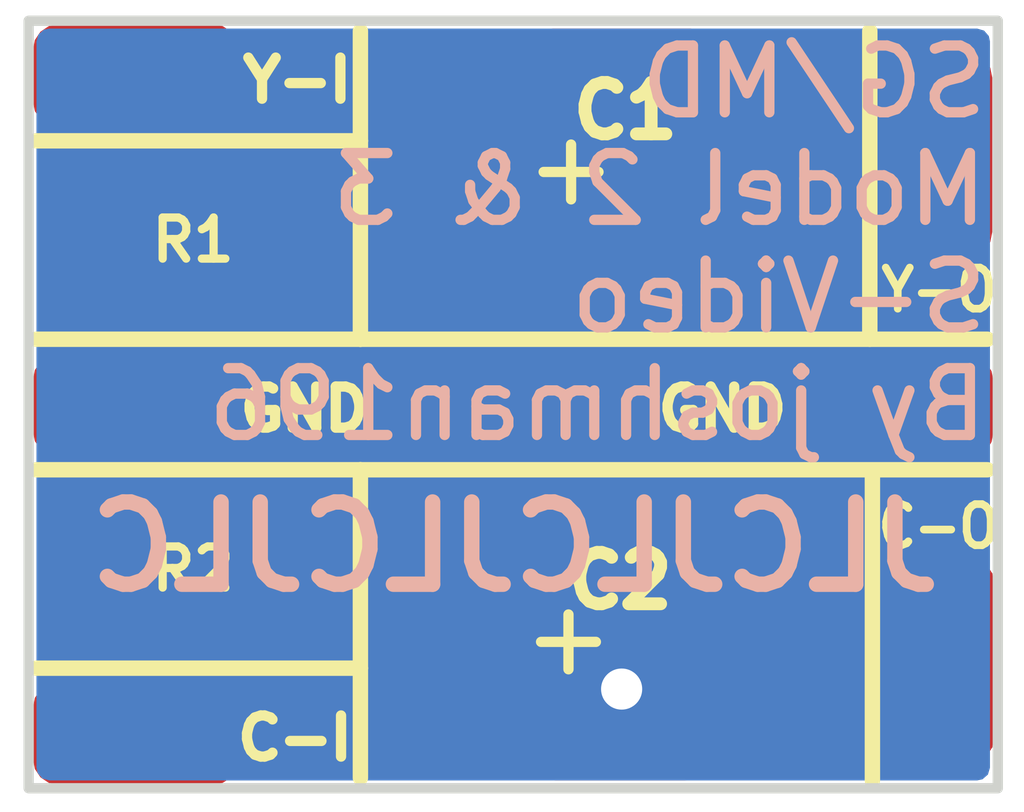
<source format=kicad_pcb>
(kicad_pcb (version 20221018) (generator pcbnew)
  (layers (0 "F.Cu" signal) (31 "B.Cu" signal) (34 "B.Paste" user) (35 "F.Paste" user) (36 "B.SilkS" user "B.Silkscreen") (37 "F.SilkS" user "F.Silkscreen") (38 "B.Mask" user) (39 "F.Mask" user) (44 "Edge.Cuts" user))
  (net 0 "")
  (net 1 "Net-(C1-Pad1)")
  (net 2 "Net-(J3-Pin_1)")
  (net 3 "Net-(C2-Pad1)")
  (net 4 "Net-(J4-Pin_1)")
  (net 5 "Net-(J1-Pin_1)")
  (net 6 "Net-(J2-Pin_1)")
  (net 7 "GND")
  (footprint "Connector_Wire:SolderWirePad_1x01_SMD_1x2mm" (layer "F.Cu") (at 114.5086 74.0506)
    (fp_text reference "J3" hide)
    (fp_text value "Y-O" hide)
    (pad "1" smd roundrect (at 0 0) (size 1 2) (layers "F.Cu" "F.Paste" "F.Mask") (net 2 "Net-(J3-Pin_1)"))
  )
  (footprint "Connector_Wire:SolderWirePad_1x01_SMD_1x2mm" (layer "F.Cu") (at 106.68 79.6798 90)
    (fp_text reference "J2" hide)
    (fp_text value "C-I" hide)
    (pad "1" smd roundrect (at 0 0 90) (size 1 2) (layers "F.Cu" "F.Paste" "F.Mask") (net 6 "Net-(J2-Pin_1)"))
  )
  (footprint "Connector_Wire:SolderWirePad_1x01_SMD_1x2mm" (layer "F.Cu") (at 106.68 73.279 90)
    (fp_text reference "J1" hide)
    (fp_text value "Y-I" hide)
    (pad "1" smd roundrect (at 0 0 90) (size 1 2) (layers "F.Cu" "F.Paste" "F.Mask") (net 5 "Net-(J1-Pin_1)"))
  )
  (footprint "Connector_Wire:SolderWirePad_1x01_SMD_1x2mm" (layer "F.Cu") (at 114.02 76.5 -90)
    (fp_text reference "J5" hide)
    (fp_text value "GND" hide)
    (pad "1" smd roundrect (at 0 0 270) (size 1 2) (layers "F.Cu" "F.Paste" "F.Mask") (net 7 "GND"))
  )
  (footprint "Resistor_SMD:R_0805_2012Metric" (layer "F.Cu") (at 107.2369 78.0796)
    (fp_text reference "R2" hide)
    (fp_text value "75R" hide)
    (fp_text user "${REFERENCE}" (at 0 0) (layer "F.SilkS") (effects (font (size 0.4 0.4) (thickness 0.08))))
    (pad "1" smd roundrect (at -0.9125 0) (size 1.025 1.4) (layers "F.Cu" "F.Paste" "F.Mask") (roundrect_rratio 0.243902) (net 6 "Net-(J2-Pin_1)"))
    (pad "2" smd roundrect (at 0.9125 0) (size 1.025 1.4) (layers "F.Cu" "F.Paste" "F.Mask") (roundrect_rratio 0.243902) (net 3 "Net-(C2-Pad1)"))
  )
  (footprint "Capacitor_Tantalum_SMD:CP_EIA-3528-12_Kemet-T" (layer "F.Cu") (at 111.4044 74.2188)
    (fp_text reference "C1" hide)
    (fp_text value "220uF 6.3V" hide)
    (pad "1" smd roundrect (at -1.5375 0) (size 1.325 2.35) (layers "F.Cu" "F.Paste" "F.Mask") (roundrect_rratio 0.188679) (net 1 "Net-(C1-Pad1)"))
    (pad "2" smd roundrect (at 1.5375 0) (size 1.325 2.35) (layers "F.Cu" "F.Paste" "F.Mask") (roundrect_rratio 0.188679) (net 2 "Net-(J3-Pin_1)"))
  )
  (footprint "Connector_Wire:SolderWirePad_1x01_SMD_1x2mm" (layer "F.Cu") (at 114.5286 78.9686)
    (fp_text reference "J4" hide)
    (fp_text value "C-O" hide)
    (pad "1" smd roundrect (at 0 0) (size 1 2) (layers "F.Cu" "F.Paste" "F.Mask") (net 4 "Net-(J4-Pin_1)"))
  )
  (footprint "Capacitor_Tantalum_SMD:CP_EIA-3528-12_Kemet-T" (layer "F.Cu") (at 111.3909 78.7908)
    (fp_text reference "C2" hide)
    (fp_text value "220uF 6.3V" hide)
    (pad "1" smd roundrect (at -1.5375 0) (size 1.325 2.35) (layers "F.Cu" "F.Paste" "F.Mask") (roundrect_rratio 0.188679) (net 3 "Net-(C2-Pad1)"))
    (pad "2" smd roundrect (at 1.5375 0) (size 1.325 2.35) (layers "F.Cu" "F.Paste" "F.Mask") (roundrect_rratio 0.188679) (net 4 "Net-(J4-Pin_1)"))
  )
  (footprint "Connector_Wire:SolderWirePad_1x01_SMD_1x2mm" (layer "F.Cu") (at 106.68 76.49 -90)
    (fp_text reference "J6" hide)
    (fp_text value "GND" hide)
    (pad "1" smd roundrect (at 0 0 270) (size 1 2) (layers "F.Cu" "F.Paste" "F.Mask") (net 7 "GND"))
  )
  (footprint "Resistor_SMD:R_0805_2012Metric" (layer "F.Cu") (at 107.2369 74.8792)
    (fp_text reference "R1" hide)
    (fp_text value "75R" hide)
    (fp_text user "${REFERENCE}" (at 0 0) (layer "F.SilkS") (effects (font (size 0.4 0.4) (thickness 0.08))))
    (pad "1" smd roundrect (at -0.9125 0) (size 1.025 1.4) (layers "F.Cu" "F.Paste" "F.Mask") (roundrect_rratio 0.243902) (net 5 "Net-(J1-Pin_1)"))
    (pad "2" smd roundrect (at 0.9125 0) (size 1.025 1.4) (layers "F.Cu" "F.Paste" "F.Mask") (roundrect_rratio 0.243902) (net 1 "Net-(C1-Pad1)"))
  )
  (gr_line (start 113.8428 80.137) (end 113.8428 77.1398) (stroke (width 0.15)) (layer "F.SilkS"))
  (gr_line (start 108.8644 77.1144) (end 114.9604 77.1144) (stroke (width 0.15)) (layer "F.SilkS"))
  (gr_line (start 108.8644 75.8444) (end 114.9604 75.8444) (stroke (width 0.15)) (layer "F.SilkS"))
  (gr_line (start 108.8644 75.8444) (end 105.7148 75.8444) (stroke (width 0.15)) (layer "F.SilkS"))
  (gr_line (start 108.8644 73.914) (end 105.7148 73.914) (stroke (width 0.15)) (layer "F.SilkS"))
  (gr_line (start 113.8174 75.8444) (end 113.8174 72.8472) (stroke (width 0.15)) (layer "F.SilkS"))
  (gr_line (start 108.8644 73.914) (end 108.8644 75.8444) (stroke (width 0.15)) (layer "F.SilkS"))
  (gr_line (start 108.8644 72.8472) (end 108.8644 73.914) (stroke (width 0.15)) (layer "F.SilkS"))
  (gr_line (start 108.8644 79.0448) (end 108.8644 77.1144) (stroke (width 0.15)) (layer "F.SilkS"))
  (gr_line (start 108.8644 77.1144) (end 105.7148 77.1144) (stroke (width 0.15)) (layer "F.SilkS"))
  (gr_line (start 105.7148 79.0448) (end 108.8644 79.0448) (stroke (width 0.15)) (layer "F.SilkS"))
  (gr_line (start 108.8644 79.0448) (end 108.8644 80.1116) (stroke (width 0.15)) (layer "F.SilkS"))
  (gr_rect (start 105.6386 72.7456) (end 115.062 80.2132) (stroke (width 0.1)) (fill none) (layer "Edge.Cuts"))
  (gr_text "JLCJLCJLCJLC" (at 114.5794 78.3336) (layer "B.SilkS") (effects (font (size 0.8 0.8)) (justify left bottom mirror)))
  (gr_text "SG/MD \nModel 2 & 3 \nS-Video\nBy joshman196" (at 115.0112 76.8604) (layer "B.SilkS") (effects (font (size 0.65 0.65) (thickness 0.1)) (justify left bottom mirror)))
  (gr_text "GND" (at 107.6452 76.7588) (layer "F.SilkS") (effects (font (size 0.4 0.4) (thickness 0.1) bold) (justify left bottom)))
  (gr_text "Y-O" (at 113.89 75.6) (layer "F.SilkS") (effects (font (size 0.4 0.35) (thickness 0.075) bold) (justify left bottom)))
  (gr_text "C-O" (at 113.86 77.9014) (layer "F.SilkS") (effects (font (size 0.4 0.35) (thickness 0.075) bold) (justify left bottom)))
  (gr_text "Y-I" (at 107.6706 73.5584) (layer "F.SilkS") (effects (font (size 0.4 0.4) (thickness 0.1) bold) (justify left bottom)))
  (gr_text "+" (at 110.4138 74.5744) (layer "F.SilkS") (effects (font (size 0.7 0.7) (thickness 0.1)) (justify left bottom)))
  (gr_text "C2" (at 110.8202 78.486) (layer "F.SilkS") (effects (font (size 0.5 0.5) (thickness 0.125) bold) (justify left bottom)))
  (gr_text "GND" (at 111.7092 76.7588) (layer "F.SilkS") (effects (font (size 0.4 0.4) (thickness 0.1) bold) (justify left bottom)))
  (gr_text "C-I" (at 107.6198 79.9592) (layer "F.SilkS") (effects (font (size 0.4 0.4) (thickness 0.1) bold) (justify left bottom)))
  (gr_text "+" (at 110.3884 79.1464) (layer "F.SilkS") (effects (font (size 0.7 0.7) (thickness 0.1)) (justify left bottom)))
  (gr_text "C1" (at 110.871 73.914) (layer "F.SilkS") (effects (font (size 0.5 0.5) (thickness 0.125) bold) (justify left bottom)))
  (segment (start 109.2065 74.8792) (end 109.8669 74.2188) (width 0.65) (layer "F.Cu") (net 1))
  (segment (start 108.1494 74.8792) (end 109.2065 74.8792) (width 0.65) (layer "F.Cu") (net 1))
  (segment (start 114.3404 74.2188) (end 114.5086 74.0506) (width 0.65) (layer "F.Cu") (net 2))
  (segment (start 112.9419 74.2188) (end 114.3404 74.2188) (width 0.65) (layer "F.Cu") (net 2))
  (segment (start 108.1494 78.0796) (end 109.1422 78.0796) (width 0.65) (layer "F.Cu") (net 3))
  (segment (start 109.1422 78.0796) (end 109.8534 78.7908) (width 0.65) (layer "F.Cu") (net 3))
  (segment (start 114.3508 78.7908) (end 114.5286 78.9686) (width 0.65) (layer "F.Cu") (net 4))
  (segment (start 114.3762 78.7908) (end 114.5286 78.9432) (width 0.65) (layer "F.Cu") (net 4))
  (segment (start 112.9284 78.7908) (end 114.3508 78.7908) (width 0.65) (layer "F.Cu") (net 4))
  (segment (start 106.68 73.279) (end 106.68 74.5236) (width 0.65) (layer "F.Cu") (net 5))
  (segment (start 106.68 74.5236) (end 106.3244 74.8792) (width 0.65) (layer "F.Cu") (net 5))
  (segment (start 106.68 78.4352) (end 106.3244 78.0796) (width 0.65) (layer "F.Cu") (net 6))
  (segment (start 106.68 79.6798) (end 106.68 78.4352) (width 0.65) (layer "F.Cu") (net 6))
  (segment (start 114.01 76.49) (end 114.02 76.5) (width 0.65) (layer "F.Cu") (net 7))
  (segment (start 106.68 76.49) (end 114.01 76.49) (width 0.65) (layer "F.Cu") (net 7))
  (via (at 111.4044 79.248) (size 0.8) (drill 0.4) (layers "F.Cu" "B.Cu") (net 7))
  (zone (net 7) (net_name "GND") (layer "F.Cu") (connect_pads (clearance 0.1)) (min_thickness 0.25) (fill yes (thermal_gap 0.5) (thermal_bridge_width 0.5))
    (polygon (pts (xy 105.7148 72.8218) (xy 105.7148 80.137) (xy 114.9858 80.137) (xy 114.9858 72.8218)))
  )
  (zone (net 7) (net_name "GND") (layer "B.Cu") (priority 1) (connect_pads (clearance 0.1)) (min_thickness 0.25) (fill yes (thermal_gap 0.5) (thermal_bridge_width 0.5) (island_removal_mode 1) (island_area_min 10))
    (polygon (pts (xy 105.7148 72.8218) (xy 105.7148 80.137) (xy 114.9858 80.137) (xy 114.9858 72.8218)))
  )
)
</source>
